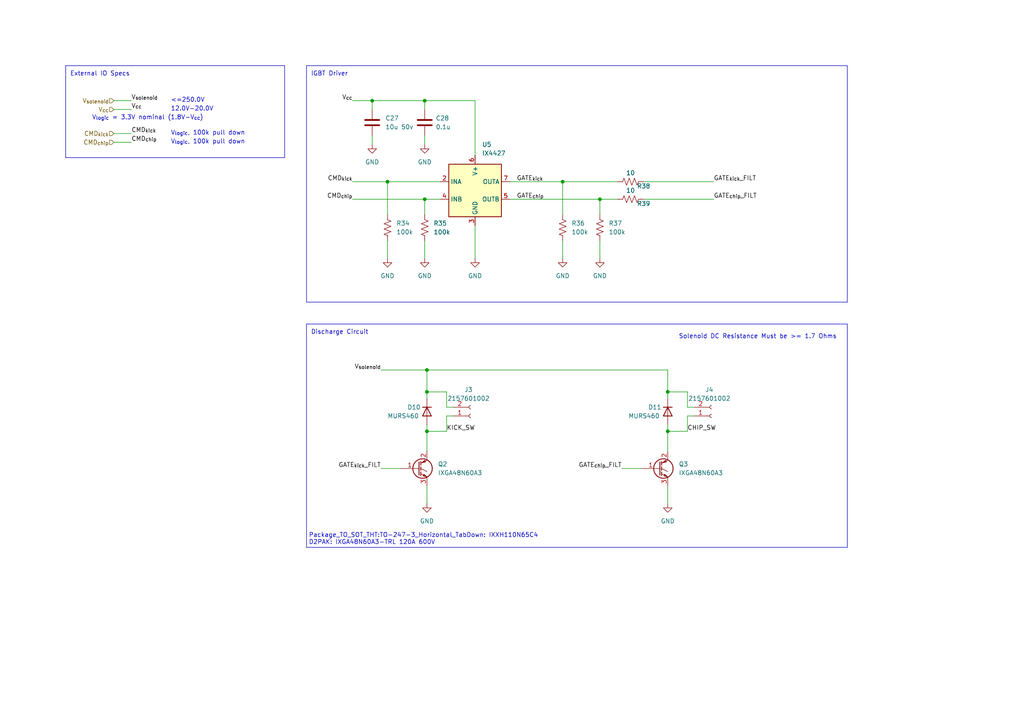
<source format=kicad_sch>
(kicad_sch (version 20230121) (generator eeschema)
  (paper "A4")
  (title_block (title "Kicker Board") (date "2023-02-03") (rev "v1.0.0") (company "A-Team") (comment 1 "Author: W. Stuckey"))
  (lib_symbols
    (symbol "AT-PowerIC:IX4427"
      (property "Reference" "U" (at -7.62 8.89 0))
      (property "Value" "IX4427" (at 1.27 8.89 0))
      (symbol "IX4427_0_1"
        (rectangle (start -7.62 -7.62) (end 7.62 7.62) (stroke (width 0.254)) (fill (type background)))
      )
      (symbol "IX4427_1_1"
        (pin no_connect line (at -7.62 0 0) (length 2.54) hide (name "NC") (number "1"))
        (pin input line (at -10.16 2.54 0) (length 2.54) (name "INA") (number "2"))
        (pin power_in line (at 0 -10.16 90) (length 2.54) (name "GND") (number "3"))
        (pin input line (at -10.16 -2.54 0) (length 2.54) (name "INB") (number "4"))
        (pin output line (at 10.16 -2.54 180) (length 2.54) (name "OUTB") (number "5"))
        (pin power_in line (at 0 10.16 270) (length 2.54) (name "V+") (number "6"))
        (pin output line (at 10.16 2.54 180) (length 2.54) (name "OUTA") (number "7"))
        (pin no_connect line (at 7.62 0 180) (length 2.54) hide (name "NC") (number "8"))
      )
    )
    (symbol "Connector:Conn_01x02_Female" (pin_names (offset 1.016) hide)
      (property "Reference" "J" (at 0 2.54 0))
      (property "Value" "Conn_01x02_Female" (at 0 -5.08 0))
      (symbol "Conn_01x02_Female_1_1"
        (arc (start 0 -2.032) (mid -0.5058 -2.54) (end 0 -3.048) (stroke (width 0.1524)))
        (polyline (pts (xy -1.27 -2.54) (xy -0.508 -2.54)) (stroke (width 0.1524)))
        (polyline (pts (xy -1.27 0) (xy -0.508 0)) (stroke (width 0.1524)))
        (arc (start 0 0.508) (mid -0.5058 0) (end 0 -0.508) (stroke (width 0.1524)))
        (pin passive line (at -5.08 0 0) (length 3.81) (name "Pin_1") (number "1"))
        (pin passive line (at -5.08 -2.54 0) (length 3.81) (name "Pin_2") (number "2"))
      )
    )
    (symbol "Device:C" (pin_numbers hide) (pin_names (offset 0.254))
      (property "Reference" "C" (at 0.635 2.54 0))
      (property "Value" "C" (at 0.635 -2.54 0))
      (symbol "C_0_1"
        (polyline (pts (xy -2.032 -0.762) (xy 2.032 -0.762)) (stroke (width 0.508)))
        (polyline (pts (xy -2.032 0.762) (xy 2.032 0.762)) (stroke (width 0.508)))
      )
      (symbol "C_1_1"
        (pin passive line (at 0 3.81 270) (length 2.794) (name "~") (number "1"))
        (pin passive line (at 0 -3.81 90) (length 2.794) (name "~") (number "2"))
      )
    )
    (symbol "Device:D" (pin_numbers hide) (pin_names (offset 1.016) hide)
      (property "Reference" "D" (at 0 2.54 0))
      (property "Value" "D" (at 0 -2.54 0))
      (symbol "D_0_1"
        (polyline (pts (xy -1.27 1.27) (xy -1.27 -1.27)) (stroke (width 0.254)))
        (polyline (pts (xy 1.27 0) (xy -1.27 0)))
        (polyline (pts (xy 1.27 1.27) (xy 1.27 -1.27) (xy -1.27 0) (xy 1.27 1.27)) (stroke (width 0.254)))
      )
      (symbol "D_1_1"
        (pin passive line (at -3.81 0 0) (length 2.54) (name "K") (number "1"))
        (pin passive line (at 3.81 0 180) (length 2.54) (name "A") (number "2"))
      )
    )
    (symbol "Device:Q_NIGBT_GCE" (pin_names (offset 0) hide)
      (property "Reference" "Q" (at 5.08 1.27 0))
      (property "Value" "Q_NIGBT_GCE" (at 5.08 -1.27 0))
      (symbol "Q_NIGBT_GCE_0_1"
        (polyline (pts (xy 0.762 -1.016) (xy 0.762 -2.032)) (stroke (width 0.254)))
        (polyline (pts (xy 0.762 0.508) (xy 0.762 -0.508)) (stroke (width 0.254)))
        (polyline (pts (xy 0.762 2.032) (xy 0.762 1.016)) (stroke (width 0.254)))
        (polyline (pts (xy 2.54 -2.413) (xy 0.762 -1.524)))
        (polyline (pts (xy 2.54 -0.889) (xy 0.762 0)))
        (polyline (pts (xy 2.54 2.413) (xy 0.762 1.524)))
        (polyline (pts (xy 0.254 1.905) (xy 0.254 -1.905) (xy 0.254 -1.905)) (stroke (width 0.254)))
        (polyline (pts (xy 1.397 -2.159) (xy 1.651 -1.651) (xy 2.54 -2.413) (xy 1.397 -2.159)) (fill (type outline)))
        (polyline (pts (xy 2.159 1.905) (xy 1.905 2.413) (xy 1.016 1.651) (xy 2.159 1.905)) (fill (type outline)))
        (circle (center 1.27 0) (radius 2.8194) (stroke (width 0.254)))
      )
      (symbol "Q_NIGBT_GCE_1_1"
        (pin input line (at -5.08 0 0) (length 5.334) (name "G") (number "1"))
        (pin passive line (at 2.54 5.08 270) (length 2.54) (name "C") (number "2"))
        (pin passive line (at 2.54 -5.08 90) (length 2.54) (name "E") (number "3"))
      )
    )
    (symbol "Device:R_US" (pin_numbers hide) (pin_names (offset 0))
      (property "Reference" "R" (at 2.54 0 90))
      (property "Value" "R_US" (at -2.54 0 90))
      (symbol "R_US_0_1"
        (polyline (pts (xy 0 -2.286) (xy 0 -2.54)))
        (polyline (pts (xy 0 2.286) (xy 0 2.54)))
        (polyline (pts (xy 0 -0.762) (xy 1.016 -1.143) (xy 0 -1.524) (xy -1.016 -1.905) (xy 0 -2.286)))
        (polyline (pts (xy 0 0.762) (xy 1.016 0.381) (xy 0 0) (xy -1.016 -0.381) (xy 0 -0.762)))
        (polyline (pts (xy 0 2.286) (xy 1.016 1.905) (xy 0 1.524) (xy -1.016 1.143) (xy 0 0.762)))
      )
      (symbol "R_US_1_1"
        (pin passive line (at 0 3.81 270) (length 1.27) (name "~") (number "1"))
        (pin passive line (at 0 -3.81 90) (length 1.27) (name "~") (number "2"))
      )
    )
    (symbol "power:GND" (power) (pin_names (offset 0))
      (property "Value" "GND" (at 0 -3.81 0))
      (symbol "GND_0_1"
        (polyline (pts (xy 0 0) (xy 0 -1.27) (xy 1.27 -1.27) (xy 0 -2.54) (xy -1.27 -1.27) (xy 0 -1.27)))
      )
      (symbol "GND_1_1"
        (pin power_in line (at 0 0 270) (length 0) hide (name "GND") (number "1"))
      )
    )
  )
  (junction (at 173.99 57.785))
  (junction (at 123.19 57.785))
  (junction (at 123.19 29.21))
  (junction (at 123.825 107.315))
  (junction (at 193.675 113.665))
  (junction (at 112.395 52.705))
  (junction (at 163.195 52.705))
  (junction (at 123.825 113.665))
  (junction (at 123.825 125.095))
  (junction (at 107.95 29.21))
  (junction (at 193.675 125.095))
  (polyline (pts (xy 88.9 19.05) (xy 88.9 87.63)))
  (wire (pts (xy 199.39 113.665) (xy 193.675 113.665)))
  (wire (pts (xy 137.795 65.405) (xy 137.795 74.93)))
  (polyline (pts (xy 245.745 158.75) (xy 88.9 158.75)))
  (wire (pts (xy 33.02 31.75) (xy 38.1 31.75)))
  (wire (pts (xy 102.235 52.705) (xy 112.395 52.705)))
  (wire (pts (xy 163.195 52.705) (xy 163.195 62.23)))
  (wire (pts (xy 173.99 57.785) (xy 173.99 62.23)))
  (wire (pts (xy 193.675 113.665) (xy 193.675 115.57)))
  (wire (pts (xy 110.49 107.315) (xy 123.825 107.315)))
  (wire (pts (xy 112.395 69.85) (xy 112.395 74.93)))
  (wire (pts (xy 186.69 57.785) (xy 207.01 57.785)))
  (wire (pts (xy 173.99 69.85) (xy 173.99 74.93)))
  (wire (pts (xy 193.675 125.095) (xy 193.675 130.81)))
  (polyline (pts (xy 88.9 93.98) (xy 245.745 93.98)))
  (wire (pts (xy 123.825 123.19) (xy 123.825 125.095)))
  (wire (pts (xy 112.395 52.705) (xy 112.395 62.23)))
  (wire (pts (xy 147.955 57.785) (xy 173.99 57.785)))
  (wire (pts (xy 131.445 118.11) (xy 129.54 118.11)))
  (wire (pts (xy 110.49 135.89) (xy 116.205 135.89)))
  (polyline (pts (xy 245.745 19.05) (xy 245.745 87.63)))
  (wire (pts (xy 102.235 29.21) (xy 107.95 29.21)))
  (polyline (pts (xy 82.55 45.72) (xy 19.05 45.72)))
  (polyline (pts (xy 88.9 19.05) (xy 245.745 19.05)))
  (wire (pts (xy 123.825 107.315) (xy 123.825 113.665)))
  (polyline (pts (xy 88.9 93.98) (xy 88.9 158.75)))
  (wire (pts (xy 123.19 29.21) (xy 123.19 31.75)))
  (wire (pts (xy 107.95 29.21) (xy 123.19 29.21)))
  (wire (pts (xy 180.34 135.89) (xy 186.055 135.89)))
  (wire (pts (xy 199.39 120.65) (xy 199.39 125.095)))
  (wire (pts (xy 131.445 120.65) (xy 129.54 120.65)))
  (wire (pts (xy 163.195 69.85) (xy 163.195 74.93)))
  (wire (pts (xy 193.675 123.19) (xy 193.675 125.095)))
  (wire (pts (xy 102.235 57.785) (xy 123.19 57.785)))
  (polyline (pts (xy 245.745 93.98) (xy 245.745 158.75)))
  (wire (pts (xy 107.95 39.37) (xy 107.95 41.91)))
  (wire (pts (xy 123.825 125.095) (xy 123.825 130.81)))
  (wire (pts (xy 199.39 118.11) (xy 199.39 113.665)))
  (wire (pts (xy 193.675 107.315) (xy 123.825 107.315)))
  (wire (pts (xy 33.02 41.275) (xy 38.1 41.275)))
  (wire (pts (xy 33.02 38.735) (xy 38.1 38.735)))
  (wire (pts (xy 107.95 29.21) (xy 107.95 31.75)))
  (wire (pts (xy 199.39 125.095) (xy 193.675 125.095)))
  (polyline (pts (xy 82.55 19.05) (xy 82.55 45.72)))
  (wire (pts (xy 129.54 118.11) (xy 129.54 113.665)))
  (wire (pts (xy 33.02 29.21) (xy 38.1 29.21)))
  (wire (pts (xy 137.795 29.21) (xy 123.19 29.21)))
  (wire (pts (xy 112.395 52.705) (xy 127.635 52.705)))
  (wire (pts (xy 186.69 52.705) (xy 207.01 52.705)))
  (wire (pts (xy 123.825 140.97) (xy 123.825 146.05)))
  (wire (pts (xy 193.675 107.315) (xy 193.675 113.665)))
  (wire (pts (xy 173.99 57.785) (xy 179.07 57.785)))
  (wire (pts (xy 193.675 140.97) (xy 193.675 146.05)))
  (polyline (pts (xy 19.05 19.05) (xy 82.55 19.05)))
  (wire (pts (xy 137.795 29.21) (xy 137.795 45.085)))
  (polyline (pts (xy 245.745 87.63) (xy 88.9 87.63)))
  (wire (pts (xy 201.295 118.11) (xy 199.39 118.11)))
  (wire (pts (xy 123.19 57.785) (xy 123.19 62.23)))
  (wire (pts (xy 147.955 52.705) (xy 163.195 52.705)))
  (wire (pts (xy 123.19 57.785) (xy 127.635 57.785)))
  (wire (pts (xy 163.195 52.705) (xy 179.07 52.705)))
  (polyline (pts (xy 19.05 19.05) (xy 19.05 45.72)))
  (wire (pts (xy 123.19 69.85) (xy 123.19 74.93)))
  (wire (pts (xy 123.825 113.665) (xy 123.825 115.57)))
  (wire (pts (xy 123.19 39.37) (xy 123.19 41.91)))
  (wire (pts (xy 201.295 120.65) (xy 199.39 120.65)))
  (wire (pts (xy 129.54 120.65) (xy 129.54 125.095)))
  (wire (pts (xy 129.54 113.665) (xy 123.825 113.665)))
  (wire (pts (xy 129.54 125.095) (xy 123.825 125.095)))
  (text "Solenoid DC Resistance Must be >= 1.7 Ohms" (at 196.85 98.425 0) (effects (font (size 1.27 1.27)) (justify left bottom)))
  (text "IGBT Driver" (at 90.17 22.225 0) (effects (font (size 1.27 1.27)) (justify left bottom)))
  (text "12.0V-20.0V" (at 49.53 32.385 0) (effects (font (size 1.27 1.27)) (justify left bottom)))
  (text "V_{logic}, 100k pull down" (at 49.53 39.37 0) (effects (font (size 1.27 1.27)) (justify left bottom)))
  (text "External IO Specs" (at 20.32 22.225 0) (effects (font (size 1.27 1.27)) (justify left bottom)))
  (text "Discharge Circuit" (at 90.17 97.155 0) (effects (font (size 1.27 1.27)) (justify left bottom)))
  (text "V_{logic}, 100k pull down" (at 49.53 41.91 0) (effects (font (size 1.27 1.27)) (justify left bottom)))
  (text "Package_TO_SOT_THT:TO-247-3_Horizontal_TabDown: IXXH110N65C4\nD2PAK: IXGA48N60A3-TRL 120A 600V" (at 89.535 158.115 0) (effects (font (size 1.27 1.27)) (justify left bottom)))
  (text "<=250.0V" (at 49.53 29.845 0) (effects (font (size 1.27 1.27)) (justify left bottom)))
  (text "V_{logic} = 3.3V nominal (1.8V-V_{cc})" (at 26.67 34.925 0) (effects (font (size 1.27 1.27)) (justify left bottom)))
  (label "GATE_{kick}_FILT" (at 207.01 52.705 0))
  (label "GATE_{kick}_FILT" (at 110.49 135.89 180))
  (label "V_{cc}" (at 38.1 31.75 0))
  (label "V_{cc}" (at 102.235 29.21 180))
  (label "GATE_{chip}_FILT" (at 180.34 135.89 180))
  (label "GATE_{kick}" (at 149.86 52.705 0))
  (label "GATE_{chip}" (at 149.86 57.785 0))
  (label "CMD_{kick}" (at 38.1 38.735 0))
  (label "CMD_{kick}" (at 102.235 52.705 180))
  (label "CMD_{chip}" (at 38.1 41.275 0))
  (label "CMD_{chip}" (at 102.235 57.785 180))
  (label "GATE_{chip}_FILT" (at 207.01 57.785 0))
  (label "V_{solenoid}" (at 110.49 107.315 180))
  (label "KICK_SW" (at 129.54 125.095 0))
  (label "CHIP_SW" (at 199.39 125.095 0))
  (label "V_{solenoid}" (at 38.1 29.21 0))
  (hierarchical_label "CMD_{kick}" (shape input) (at 33.02 38.735 180))
  (hierarchical_label "V_{cc}" (shape input) (at 33.02 31.75 180))
  (hierarchical_label "V_{solenoid}" (shape input) (at 33.02 29.21 180))
  (hierarchical_label "CMD_{chip}" (shape input) (at 33.02 41.275 180))
  (symbol (lib_id "Connector:Conn_01x02_Female") (at 136.525 120.65 0) (mirror x) (unit 1)
    (property "Reference" "J3" (at 135.89 113.03 0))
    (property "Value" "2157601002" (at 135.89 115.57 0))
    (property "Footprint" "AT-Connectors:2157601002" (effects hide))
  )
  (symbol (lib_id "Device:D") (at 193.675 119.38 270) (unit 1)
    (property "Reference" "D11" (at 187.96 118.11 90) (effects (justify left)))
    (property "Value" "MURS460" (at 182.245 120.65 90) (effects (justify left)))
    (property "Footprint" "Diode_SMD:D_SMC" (effects hide))
  )
  (symbol (lib_id "Connector:Conn_01x02_Female") (at 206.375 120.65 0) (mirror x) (unit 1)
    (property "Reference" "J4" (at 205.74 113.03 0))
    (property "Value" "2157601002" (at 205.74 115.57 0))
    (property "Footprint" "AT-Connectors:2157601002" (effects hide))
  )
  (symbol (lib_id "power:GND") (at 123.825 146.05 0) (unit 1)
    (property "Reference" "#PWR064" (effects hide))
    (property "Value" "GND" (at 123.825 151.13 0))
  )
  (symbol (lib_id "power:GND") (at 107.95 41.91 0) (unit 1)
    (property "Reference" "#PWR060" (effects hide))
    (property "Value" "GND" (at 107.95 46.99 0))
  )
  (symbol (lib_id "Device:Q_NIGBT_GCE") (at 191.135 135.89 0) (unit 1)
    (property "Reference" "Q3" (at 196.85 134.6199 0) (effects (justify left)))
    (property "Value" "IXGA48N60A3" (at 196.85 137.1599 0) (effects (justify left)))
    (property "Footprint" "Package_TO_SOT_SMD:TO-263-2" (effects hide))
  )
  (symbol (lib_id "power:GND") (at 137.795 74.93 0) (unit 1)
    (property "Reference" "#PWR065" (effects hide))
    (property "Value" "GND" (at 137.795 80.01 0))
  )
  (symbol (lib_id "Device:R_US") (at 112.395 66.04 0) (unit 1)
    (property "Reference" "R34" (at 114.935 64.7699 0) (effects (justify left)))
    (property "Value" "100k" (at 114.935 67.3099 0) (effects (justify left)))
    (property "Footprint" "Resistor_SMD:R_0603_1608Metric" (effects hide))
  )
  (symbol (lib_id "power:GND") (at 173.99 74.93 0) (unit 1)
    (property "Reference" "#PWR067" (effects hide))
    (property "Value" "GND" (at 173.99 80.01 0))
  )
  (symbol (lib_id "Device:Q_NIGBT_GCE") (at 121.285 135.89 0) (unit 1)
    (property "Reference" "Q2" (at 127 134.6199 0) (effects (justify left)))
    (property "Value" "IXGA48N60A3" (at 127 137.1599 0) (effects (justify left)))
    (property "Footprint" "Package_TO_SOT_SMD:TO-263-2" (effects hide))
  )
  (symbol (lib_id "Device:R_US") (at 163.195 66.04 0) (unit 1)
    (property "Reference" "R36" (at 165.735 64.7699 0) (effects (justify left)))
    (property "Value" "100k" (at 165.735 67.3099 0) (effects (justify left)))
    (property "Footprint" "Resistor_SMD:R_0603_1608Metric" (effects hide))
  )
  (symbol (lib_id "Device:R_US") (at 182.88 52.705 90) (unit 1)
    (property "Reference" "R38" (at 186.69 53.975 90))
    (property "Value" "10" (at 182.88 50.165 90))
    (property "Footprint" "Resistor_SMD:R_0603_1608Metric" (effects hide))
  )
  (symbol (lib_id "power:GND") (at 193.675 146.05 0) (unit 1)
    (property "Reference" "#PWR068" (effects hide))
    (property "Value" "GND" (at 193.675 151.13 0))
  )
  (symbol (lib_id "Device:R_US") (at 182.88 57.785 90) (unit 1)
    (property "Reference" "R39" (at 186.69 59.055 90))
    (property "Value" "10" (at 182.88 55.245 90))
    (property "Footprint" "Resistor_SMD:R_0603_1608Metric" (effects hide))
  )
  (symbol (lib_id "Device:C") (at 123.19 35.56 0) (unit 1)
    (property "Reference" "C28" (at 126.365 34.2899 0) (effects (justify left)))
    (property "Value" "0.1u" (at 126.365 36.8299 0) (effects (justify left)))
    (property "Footprint" "Capacitor_SMD:C_0603_1608Metric" (effects hide))
  )
  (symbol (lib_id "AT-PowerIC:IX4427") (at 137.795 55.245 0) (unit 1)
    (property "Reference" "U5" (at 139.8144 41.91 0) (effects (justify left)))
    (property "Value" "IX4427" (at 139.8144 44.45 0) (effects (justify left)))
    (property "Footprint" "Package_SO:SOIC-8_3.9x4.9mm_P1.27mm" (effects hide))
    (property "Datasheet" "https://www.ixysic.com/home/pdfs.nsf/www/IX4426-27-28.pdf/$file/IX4426-27-28.pdf" (effects hide))
  )
  (symbol (lib_id "Device:C") (at 107.95 35.56 0) (unit 1)
    (property "Reference" "C27" (at 111.76 34.2899 0) (effects (justify left)))
    (property "Value" "10u 50v" (at 111.76 36.8299 0) (effects (justify left)))
    (property "Footprint" "Capacitor_SMD:C_1210_3225Metric" (effects hide))
  )
  (symbol (lib_id "power:GND") (at 163.195 74.93 0) (unit 1)
    (property "Reference" "#PWR066" (effects hide))
    (property "Value" "GND" (at 163.195 80.01 0))
  )
  (symbol (lib_id "Device:R_US") (at 123.19 66.04 0) (unit 1)
    (property "Reference" "R35" (at 125.73 64.7699 0) (effects (justify left)))
    (property "Value" "100k" (at 125.73 67.3099 0) (effects (justify left)))
    (property "Footprint" "Resistor_SMD:R_0603_1608Metric" (effects hide))
  )
  (symbol (lib_id "power:GND") (at 123.19 74.93 0) (unit 1)
    (property "Reference" "#PWR063" (effects hide))
    (property "Value" "GND" (at 123.19 80.01 0))
  )
  (symbol (lib_id "Device:R_US") (at 173.99 66.04 0) (unit 1)
    (property "Reference" "R37" (at 176.53 64.7699 0) (effects (justify left)))
    (property "Value" "100k" (at 176.53 67.3099 0) (effects (justify left)))
    (property "Footprint" "Resistor_SMD:R_0603_1608Metric" (effects hide))
  )
  (symbol (lib_id "Device:D") (at 123.825 119.38 270) (unit 1)
    (property "Reference" "D10" (at 118.11 118.11 90) (effects (justify left)))
    (property "Value" "MURS460" (at 112.395 120.65 90) (effects (justify left)))
    (property "Footprint" "Diode_SMD:D_SMC" (effects hide))
  )
  (symbol (lib_id "power:GND") (at 112.395 74.93 0) (unit 1)
    (property "Reference" "#PWR061" (effects hide))
    (property "Value" "GND" (at 112.395 80.01 0))
  )
  (symbol (lib_id "power:GND") (at 123.19 41.91 0) (unit 1)
    (property "Reference" "#PWR062" (effects hide))
    (property "Value" "GND" (at 123.19 46.99 0))
  )
)
</source>
